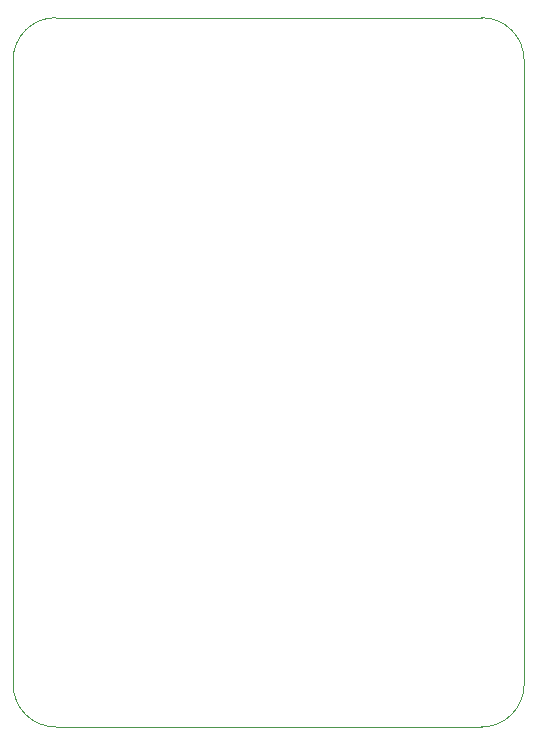
<source format=gbr>
%TF.GenerationSoftware,KiCad,Pcbnew,8.0.3*%
%TF.CreationDate,2024-09-28T16:02:09+02:00*%
%TF.ProjectId,pcb_robot,7063625f-726f-4626-9f74-2e6b69636164,rev?*%
%TF.SameCoordinates,Original*%
%TF.FileFunction,Profile,NP*%
%FSLAX46Y46*%
G04 Gerber Fmt 4.6, Leading zero omitted, Abs format (unit mm)*
G04 Created by KiCad (PCBNEW 8.0.3) date 2024-09-28 16:02:09*
%MOMM*%
%LPD*%
G01*
G04 APERTURE LIST*
%TA.AperFunction,Profile*%
%ADD10C,0.050000*%
%TD*%
G04 APERTURE END LIST*
D10*
X166450490Y-116056041D02*
X130394449Y-116056041D01*
X170056041Y-112450490D02*
G75*
G02*
X166450490Y-116056041I-3605541J-10D01*
G01*
X130394449Y-56000000D02*
X166450490Y-56000000D01*
X170056041Y-59605551D02*
X170056041Y-112450490D01*
X126788898Y-112450490D02*
X126788898Y-59605551D01*
X130394449Y-116056041D02*
G75*
G02*
X126788959Y-112450490I-49J3605441D01*
G01*
X126788898Y-59605551D02*
G75*
G02*
X130394449Y-55999998I3605552J1D01*
G01*
X166450490Y-56000000D02*
G75*
G02*
X170056100Y-59605551I10J-3605600D01*
G01*
M02*

</source>
